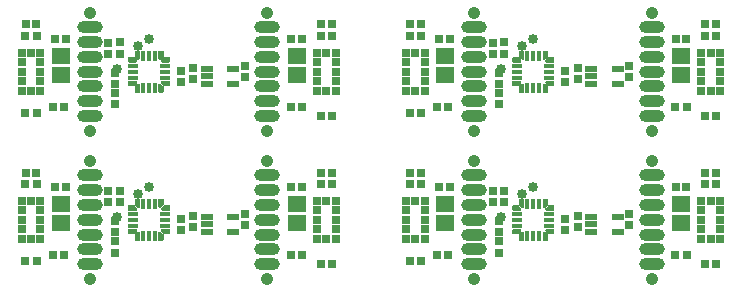
<source format=gts>
G04 Layer_Color=8388736*
%FSAX24Y24*%
%MOIN*%
G70*
G01*
G75*
%ADD37R,0.0414X0.0237*%
%ADD38R,0.0257X0.0257*%
%ADD39R,0.0198X0.0178*%
%ADD40R,0.0336X0.0178*%
%ADD41R,0.0178X0.0198*%
%ADD42R,0.0178X0.0336*%
%ADD43R,0.0296X0.0277*%
%ADD44R,0.0277X0.0296*%
%ADD45R,0.0312X0.0312*%
%ADD46R,0.0631X0.0572*%
%ADD47R,0.0312X0.0312*%
G04:AMPARAMS|DCode=48|XSize=84.7mil|YSize=41.4mil|CornerRadius=20.7mil|HoleSize=0mil|Usage=FLASHONLY|Rotation=0.000|XOffset=0mil|YOffset=0mil|HoleType=Round|Shape=RoundedRectangle|*
%AMROUNDEDRECTD48*
21,1,0.0847,0.0000,0,0,0.0*
21,1,0.0433,0.0414,0,0,0.0*
1,1,0.0414,0.0217,0.0000*
1,1,0.0414,-0.0217,0.0000*
1,1,0.0414,-0.0217,0.0000*
1,1,0.0414,0.0217,0.0000*
%
%ADD48ROUNDEDRECTD48*%
G04:AMPARAMS|DCode=49|XSize=41.4mil|YSize=41.4mil|CornerRadius=20.7mil|HoleSize=0mil|Usage=FLASHONLY|Rotation=0.000|XOffset=0mil|YOffset=0mil|HoleType=Round|Shape=RoundedRectangle|*
%AMROUNDEDRECTD49*
21,1,0.0414,0.0000,0,0,0.0*
21,1,0.0000,0.0414,0,0,0.0*
1,1,0.0414,0.0000,0.0000*
1,1,0.0414,0.0000,0.0000*
1,1,0.0414,0.0000,0.0000*
1,1,0.0414,0.0000,0.0000*
%
%ADD49ROUNDEDRECTD49*%
%ADD50C,0.0336*%
G36*
X030402Y020605D02*
X030407Y020603D01*
X030411Y020602D01*
X030415Y020599D01*
X030419Y020596D01*
X030422Y020593D01*
X030424Y020588D01*
X030426Y020584D01*
X030427Y020580D01*
X030428Y020575D01*
Y020339D01*
X030428Y020336D01*
X030427Y020334D01*
X030427Y020334D01*
Y020334D01*
X030427Y020332D01*
X030426Y020329D01*
X030426Y020329D01*
X030426Y020329D01*
X030426Y020328D01*
X030424Y020325D01*
X030424Y020325D01*
X030424Y020325D01*
X030423Y020323D01*
X030422Y020321D01*
X030422Y020321D01*
X030422Y020321D01*
X030420Y020319D01*
X030419Y020317D01*
X030419Y020317D01*
X030419Y020317D01*
X030417Y020316D01*
X030415Y020314D01*
X030415Y020314D01*
X030415Y020314D01*
X030413Y020313D01*
X030411Y020312D01*
X030411Y020312D01*
X030411Y020312D01*
X030409Y020311D01*
X030407Y020310D01*
X030407Y020310D01*
X030407Y020310D01*
X030404Y020309D01*
X030402Y020309D01*
X030402D01*
X030402Y020309D01*
X030400Y020309D01*
X030398Y020308D01*
X030348Y020308D01*
X030348Y020308D01*
X030348Y020308D01*
X030347Y020309D01*
X030344Y020309D01*
X030344Y020309D01*
X030344D01*
X030342Y020309D01*
X030339Y020310D01*
X030339Y020310D01*
X030339Y020310D01*
X030337Y020311D01*
X030335Y020312D01*
X030335Y020312D01*
X030335Y020312D01*
X030332Y020313D01*
X030331Y020314D01*
X030331Y020314D01*
X030331Y020314D01*
X030329Y020316D01*
X030327Y020317D01*
X030327Y020317D01*
X030327Y020317D01*
X030258Y020386D01*
X030257Y020388D01*
X030255Y020390D01*
X030255Y020390D01*
X030255Y020390D01*
X030255Y020391D01*
X030253Y020394D01*
X030251Y020398D01*
Y020398D01*
X030251Y020398D01*
X030250Y020400D01*
X030250Y020403D01*
X030250Y020403D01*
Y020403D01*
X030250Y020404D01*
X030249Y020407D01*
X030249Y020575D01*
Y020575D01*
D01*
X030250Y020580D01*
X030251Y020584D01*
X030253Y020588D01*
X030255Y020593D01*
X030258Y020596D01*
X030258Y020596D01*
X030258D01*
Y020596D01*
X030259Y020597D01*
X030262Y020599D01*
X030266Y020602D01*
X030270Y020603D01*
X030275Y020605D01*
X030280Y020605D01*
X030280D01*
D01*
X030398D01*
X030402Y020605D01*
D02*
G37*
G36*
X017591D02*
X017596Y020603D01*
X017600Y020602D01*
X017604Y020599D01*
X017608Y020596D01*
X017611Y020593D01*
X017613Y020588D01*
X017615Y020584D01*
X017616Y020580D01*
X017617Y020575D01*
Y020339D01*
X017617Y020336D01*
X017616Y020334D01*
X017616Y020334D01*
Y020334D01*
X017616Y020332D01*
X017615Y020329D01*
X017615Y020329D01*
X017615Y020329D01*
X017615Y020328D01*
X017613Y020325D01*
X017613Y020325D01*
X017613Y020325D01*
X017612Y020323D01*
X017611Y020321D01*
X017611Y020321D01*
X017611Y020321D01*
X017609Y020319D01*
X017608Y020317D01*
X017608Y020317D01*
X017608Y020317D01*
X017606Y020316D01*
X017604Y020314D01*
X017604Y020314D01*
X017604Y020314D01*
X017602Y020313D01*
X017600Y020312D01*
X017600Y020312D01*
X017600Y020312D01*
X017598Y020311D01*
X017596Y020310D01*
X017596Y020310D01*
X017596Y020310D01*
X017593Y020309D01*
X017591Y020309D01*
X017591D01*
X017591Y020309D01*
X017589Y020309D01*
X017587Y020308D01*
X017537Y020308D01*
X017537Y020308D01*
X017537Y020308D01*
X017536Y020309D01*
X017533Y020309D01*
X017533Y020309D01*
X017533D01*
X017531Y020309D01*
X017528Y020310D01*
X017528Y020310D01*
X017528Y020310D01*
X017526Y020311D01*
X017524Y020312D01*
X017524Y020312D01*
X017524Y020312D01*
X017521Y020313D01*
X017520Y020314D01*
X017520Y020314D01*
X017520Y020314D01*
X017517Y020316D01*
X017516Y020317D01*
X017516Y020317D01*
X017516Y020317D01*
X017447Y020386D01*
X017446Y020388D01*
X017444Y020390D01*
X017444Y020390D01*
X017444Y020390D01*
X017443Y020391D01*
X017442Y020394D01*
X017440Y020398D01*
Y020398D01*
X017440Y020398D01*
X017439Y020400D01*
X017439Y020403D01*
X017439Y020403D01*
Y020403D01*
X017439Y020404D01*
X017438Y020407D01*
X017438Y020575D01*
Y020575D01*
D01*
X017439Y020580D01*
X017440Y020584D01*
X017442Y020588D01*
X017444Y020593D01*
X017447Y020596D01*
X017447Y020596D01*
X017447D01*
Y020596D01*
X017448Y020597D01*
X017451Y020599D01*
X017455Y020602D01*
X017459Y020603D01*
X017464Y020605D01*
X017469Y020605D01*
X017469D01*
D01*
X017587D01*
X017591Y020605D01*
D02*
G37*
G36*
X031402Y020388D02*
X031406Y020388D01*
X031410Y020387D01*
X031411Y020387D01*
X031411Y020387D01*
X031411D01*
X031413Y020386D01*
X031415Y020385D01*
X031415Y020385D01*
X031415D01*
X031416Y020385D01*
X031419Y020383D01*
X031423Y020380D01*
X031423Y020380D01*
X031423Y020380D01*
X031426Y020376D01*
X031428Y020373D01*
X031428Y020372D01*
Y020372D01*
X031428Y020372D01*
X031429Y020370D01*
X031430Y020368D01*
Y020368D01*
X031430Y020368D01*
X031430Y020366D01*
X031431Y020363D01*
X031432Y020358D01*
Y020240D01*
X031431Y020235D01*
X031430Y020231D01*
X031428Y020227D01*
X031426Y020222D01*
X031423Y020219D01*
X031419Y020216D01*
X031415Y020213D01*
X031411Y020212D01*
X031406Y020210D01*
X031402Y020210D01*
X031165D01*
X031163Y020210D01*
X031161Y020210D01*
X031161Y020210D01*
X031161D01*
X031159Y020211D01*
X031156Y020212D01*
X031156Y020212D01*
X031156Y020212D01*
X031154Y020212D01*
X031152Y020213D01*
X031152Y020213D01*
X031152Y020213D01*
X031150Y020214D01*
X031148Y020216D01*
X031148Y020216D01*
X031148Y020216D01*
X031146Y020217D01*
X031144Y020219D01*
X031144Y020219D01*
X031144Y020219D01*
X031143Y020221D01*
X031141Y020222D01*
X031141Y020222D01*
X031141Y020222D01*
X031140Y020225D01*
X031139Y020226D01*
X031139Y020227D01*
X031139Y020227D01*
X031137Y020229D01*
X031137Y020231D01*
X031137Y020231D01*
X031137Y020231D01*
X031136Y020233D01*
X031136Y020235D01*
Y020235D01*
X031136Y020235D01*
X031135Y020238D01*
X031135Y020240D01*
X031135Y020289D01*
Y020289D01*
Y020289D01*
X031135Y020292D01*
X031136Y020294D01*
X031136Y020294D01*
Y020294D01*
X031136Y020296D01*
X031137Y020299D01*
X031137Y020299D01*
X031137Y020299D01*
X031137Y020300D01*
X031139Y020303D01*
X031139Y020303D01*
X031139Y020303D01*
X031140Y020305D01*
X031141Y020307D01*
X031141Y020307D01*
X031141Y020307D01*
X031143Y020309D01*
X031144Y020311D01*
X031144Y020311D01*
X031144Y020311D01*
X031213Y020380D01*
X031213Y020380D01*
X031213Y020380D01*
X031214Y020381D01*
X031217Y020383D01*
X031217Y020383D01*
X031217Y020383D01*
X031221Y020385D01*
X031224Y020387D01*
X031225Y020387D01*
X031225D01*
X031225Y020387D01*
X031230Y020388D01*
X031233Y020388D01*
X031234Y020388D01*
X031234D01*
X031234D01*
X031402Y020388D01*
D02*
G37*
G36*
X018591D02*
X018595Y020388D01*
X018599Y020387D01*
X018600Y020387D01*
X018600Y020387D01*
X018600D01*
X018602Y020386D01*
X018604Y020385D01*
X018604Y020385D01*
X018604D01*
X018605Y020385D01*
X018608Y020383D01*
X018612Y020380D01*
X018612Y020380D01*
X018612Y020380D01*
X018615Y020376D01*
X018617Y020373D01*
X018617Y020372D01*
Y020372D01*
X018617Y020372D01*
X018618Y020370D01*
X018619Y020368D01*
Y020368D01*
X018619Y020368D01*
X018619Y020366D01*
X018620Y020363D01*
X018621Y020358D01*
Y020240D01*
X018620Y020235D01*
X018619Y020231D01*
X018617Y020227D01*
X018615Y020222D01*
X018612Y020219D01*
X018608Y020216D01*
X018604Y020213D01*
X018600Y020212D01*
X018595Y020210D01*
X018591Y020210D01*
X018354D01*
X018352Y020210D01*
X018350Y020210D01*
X018350Y020210D01*
X018350D01*
X018348Y020211D01*
X018345Y020212D01*
X018345Y020212D01*
X018345Y020212D01*
X018343Y020212D01*
X018341Y020213D01*
X018341Y020213D01*
X018341Y020213D01*
X018339Y020214D01*
X018337Y020216D01*
X018337Y020216D01*
X018337Y020216D01*
X018335Y020217D01*
X018333Y020219D01*
X018333Y020219D01*
X018333Y020219D01*
X018332Y020221D01*
X018330Y020222D01*
X018330Y020222D01*
X018330Y020222D01*
X018329Y020225D01*
X018328Y020226D01*
X018328Y020227D01*
X018328Y020227D01*
X018326Y020229D01*
X018326Y020231D01*
X018326Y020231D01*
X018326Y020231D01*
X018325Y020233D01*
X018325Y020235D01*
Y020235D01*
X018325Y020235D01*
X018324Y020238D01*
X018324Y020240D01*
X018324Y020289D01*
Y020289D01*
Y020289D01*
X018324Y020292D01*
X018325Y020294D01*
X018325Y020294D01*
Y020294D01*
X018325Y020296D01*
X018326Y020299D01*
X018326Y020299D01*
X018326Y020299D01*
X018326Y020300D01*
X018327Y020303D01*
X018327Y020303D01*
X018327Y020303D01*
X018329Y020305D01*
X018330Y020307D01*
X018330Y020307D01*
X018330Y020307D01*
X018332Y020309D01*
X018333Y020311D01*
X018333Y020311D01*
X018333Y020311D01*
X018402Y020380D01*
X018402Y020380D01*
X018402Y020380D01*
X018403Y020381D01*
X018406Y020383D01*
X018406Y020383D01*
X018406Y020383D01*
X018410Y020385D01*
X018413Y020387D01*
X018414Y020387D01*
X018414D01*
X018414Y020387D01*
X018419Y020388D01*
X018422Y020388D01*
X018423Y020388D01*
X018423D01*
X018423D01*
X018591Y020388D01*
D02*
G37*
G36*
X030232Y020388D02*
X030235Y020388D01*
X030235Y020388D01*
X030235D01*
X030238Y020387D01*
X030240Y020387D01*
X030240Y020387D01*
X030240Y020387D01*
X030242Y020386D01*
X030244Y020385D01*
X030244Y020385D01*
X030244Y020385D01*
X030246Y020384D01*
X030248Y020383D01*
X030248Y020383D01*
X030248Y020383D01*
X030250Y020381D01*
X030252Y020380D01*
X030252Y020380D01*
X030252Y020380D01*
X030320Y020311D01*
X030323Y020308D01*
X030324Y020307D01*
X030324Y020307D01*
X030324Y020307D01*
X030325Y020305D01*
X030326Y020303D01*
X030328Y020299D01*
D01*
X030328Y020299D01*
X030329Y020296D01*
X030329Y020294D01*
Y020294D01*
X030329Y020294D01*
X030329Y020292D01*
X030329Y020289D01*
Y020289D01*
D01*
D01*
X030329Y020240D01*
X030329Y020235D01*
X030328Y020233D01*
X030328Y020231D01*
X030326Y020227D01*
X030326Y020227D01*
Y020227D01*
X030325Y020225D01*
X030324Y020222D01*
X030320Y020219D01*
X030320D01*
Y020219D01*
X030317Y020216D01*
X030314Y020214D01*
X030313Y020213D01*
X030313D01*
X030313Y020213D01*
X030309Y020212D01*
X030306Y020211D01*
X030304Y020210D01*
X030299Y020210D01*
X030063D01*
X030058Y020210D01*
X030054Y020212D01*
X030049Y020213D01*
X030045Y020216D01*
X030042Y020219D01*
X030039Y020222D01*
X030036Y020227D01*
X030034Y020231D01*
X030033Y020235D01*
X030033Y020240D01*
Y020358D01*
X030033Y020363D01*
X030034Y020366D01*
X030034Y020368D01*
X030034Y020368D01*
Y020368D01*
X030035Y020370D01*
X030036Y020372D01*
X030036Y020372D01*
Y020372D01*
X030037Y020373D01*
X030039Y020376D01*
X030042Y020380D01*
X030042Y020380D01*
X030042Y020380D01*
X030045Y020383D01*
X030048Y020385D01*
X030049Y020385D01*
X030049D01*
X030049Y020385D01*
X030051Y020386D01*
X030054Y020387D01*
X030054D01*
X030054Y020387D01*
X030055Y020387D01*
X030058Y020388D01*
X030063Y020388D01*
X030230Y020388D01*
X030230D01*
X030230D01*
X030232Y020388D01*
D02*
G37*
G36*
X017421D02*
X017424Y020388D01*
X017424Y020388D01*
X017424D01*
X017427Y020387D01*
X017429Y020387D01*
X017429Y020387D01*
X017429Y020387D01*
X017431Y020386D01*
X017433Y020385D01*
X017433Y020385D01*
X017433Y020385D01*
X017435Y020384D01*
X017437Y020383D01*
X017437Y020383D01*
X017437Y020383D01*
X017439Y020381D01*
X017441Y020380D01*
X017441Y020380D01*
X017441Y020380D01*
X017509Y020311D01*
X017512Y020308D01*
X017513Y020307D01*
X017513Y020307D01*
X017513Y020307D01*
X017514Y020305D01*
X017515Y020303D01*
X017517Y020299D01*
D01*
X017517Y020299D01*
X017518Y020296D01*
X017518Y020294D01*
Y020294D01*
X017518Y020294D01*
X017518Y020292D01*
X017518Y020289D01*
Y020289D01*
D01*
D01*
X017518Y020240D01*
X017518Y020235D01*
X017517Y020233D01*
X017517Y020231D01*
X017515Y020227D01*
X017515Y020227D01*
Y020227D01*
X017514Y020225D01*
X017513Y020222D01*
X017509Y020219D01*
X017509D01*
Y020219D01*
X017506Y020216D01*
X017503Y020214D01*
X017502Y020213D01*
X017502D01*
X017502Y020213D01*
X017497Y020212D01*
X017495Y020211D01*
X017493Y020210D01*
X017488Y020210D01*
X017252D01*
X017247Y020210D01*
X017243Y020212D01*
X017238Y020213D01*
X017234Y020216D01*
X017231Y020219D01*
X017228Y020222D01*
X017225Y020227D01*
X017223Y020231D01*
X017222Y020235D01*
X017222Y020240D01*
Y020358D01*
X017222Y020363D01*
X017223Y020366D01*
X017223Y020368D01*
X017223Y020368D01*
Y020368D01*
X017224Y020370D01*
X017225Y020372D01*
X017225Y020372D01*
Y020372D01*
X017226Y020373D01*
X017228Y020376D01*
X017231Y020380D01*
X017231Y020380D01*
X017231Y020380D01*
X017234Y020383D01*
X017237Y020385D01*
X017238Y020385D01*
X017238D01*
X017238Y020385D01*
X017240Y020386D01*
X017243Y020387D01*
X017243D01*
X017243Y020387D01*
X017244Y020387D01*
X017247Y020388D01*
X017252Y020388D01*
X017419Y020388D01*
X017419D01*
X017419D01*
X017421Y020388D01*
D02*
G37*
G36*
X031190Y020605D02*
X031193Y020604D01*
X031194Y020603D01*
X031194Y020603D01*
X031194D01*
X031197Y020602D01*
X031199Y020602D01*
X031199Y020602D01*
X031199D01*
X031200Y020601D01*
X031203Y020599D01*
X031206Y020596D01*
X031206Y020596D01*
X031206Y020596D01*
X031209Y020593D01*
X031211Y020589D01*
X031212Y020588D01*
Y020588D01*
X031212Y020588D01*
X031213Y020587D01*
X031214Y020584D01*
Y020584D01*
X031214Y020584D01*
X031214Y020583D01*
X031215Y020580D01*
X031215Y020575D01*
X031215Y020408D01*
Y020408D01*
Y020408D01*
X031215Y020403D01*
X031214Y020399D01*
X031214Y020398D01*
X031214Y020398D01*
Y020398D01*
X031213Y020396D01*
X031212Y020394D01*
X031212Y020394D01*
Y020394D01*
X031209Y020390D01*
X031207Y020387D01*
X031206Y020386D01*
X031206Y020386D01*
X031206Y020386D01*
X031137Y020317D01*
X031137Y020317D01*
X031137Y020317D01*
X031136Y020316D01*
X031134Y020314D01*
X031134Y020314D01*
X031134Y020314D01*
X031132Y020313D01*
X031130Y020312D01*
X031130Y020312D01*
X031130Y020312D01*
X031127Y020311D01*
X031125Y020310D01*
X031125Y020310D01*
X031125Y020310D01*
X031123Y020309D01*
X031121Y020309D01*
X031121D01*
X031121Y020309D01*
X031118Y020309D01*
X031116Y020308D01*
X031116D01*
X031116D01*
X031067Y020308D01*
X031065Y020309D01*
X031062Y020309D01*
X031062Y020309D01*
X031062D01*
X031060Y020309D01*
X031058Y020310D01*
X031058Y020310D01*
X031058Y020310D01*
X031056Y020311D01*
X031053Y020312D01*
X031053Y020312D01*
X031053Y020312D01*
X031051Y020313D01*
X031049Y020314D01*
X031049Y020314D01*
X031049Y020314D01*
X031047Y020316D01*
X031046Y020317D01*
X031046Y020317D01*
X031046Y020317D01*
X031044Y020319D01*
X031043Y020321D01*
X031043Y020321D01*
X031043Y020321D01*
X031041Y020323D01*
X031040Y020325D01*
X031040Y020325D01*
X031040Y020325D01*
X031039Y020328D01*
X031038Y020329D01*
X031038Y020329D01*
X031038Y020329D01*
X031038Y020332D01*
X031037Y020334D01*
Y020334D01*
X031037Y020334D01*
X031037Y020336D01*
X031037Y020339D01*
Y020575D01*
X031037Y020580D01*
X031038Y020584D01*
X031040Y020588D01*
X031043Y020593D01*
X031046Y020596D01*
X031049Y020599D01*
X031053Y020602D01*
X031058Y020603D01*
X031062Y020605D01*
X031067Y020605D01*
X031185D01*
X031190Y020605D01*
D02*
G37*
G36*
X018379D02*
X018382Y020604D01*
X018383Y020603D01*
X018383Y020603D01*
X018383D01*
X018386Y020602D01*
X018388Y020602D01*
X018388Y020602D01*
X018388D01*
X018389Y020601D01*
X018392Y020599D01*
X018395Y020596D01*
X018395Y020596D01*
X018395Y020596D01*
X018398Y020593D01*
X018400Y020589D01*
X018401Y020588D01*
Y020588D01*
X018401Y020588D01*
X018402Y020587D01*
X018403Y020584D01*
Y020584D01*
X018403Y020584D01*
X018403Y020583D01*
X018404Y020580D01*
X018404Y020575D01*
X018404Y020408D01*
Y020408D01*
Y020408D01*
X018404Y020403D01*
X018403Y020399D01*
X018403Y020398D01*
X018403Y020398D01*
Y020398D01*
X018402Y020396D01*
X018401Y020394D01*
X018401Y020394D01*
Y020394D01*
X018398Y020390D01*
X018396Y020387D01*
X018395Y020386D01*
X018395Y020386D01*
X018395Y020386D01*
X018326Y020317D01*
X018326Y020317D01*
X018326Y020317D01*
X018325Y020316D01*
X018323Y020314D01*
X018323Y020314D01*
X018323Y020314D01*
X018321Y020313D01*
X018319Y020312D01*
X018319Y020312D01*
X018319Y020312D01*
X018316Y020311D01*
X018314Y020310D01*
X018314Y020310D01*
X018314Y020310D01*
X018312Y020309D01*
X018310Y020309D01*
X018310D01*
X018310Y020309D01*
X018307Y020309D01*
X018305Y020308D01*
X018305D01*
X018305D01*
X018256Y020308D01*
X018254Y020309D01*
X018251Y020309D01*
X018251Y020309D01*
X018251D01*
X018249Y020309D01*
X018247Y020310D01*
X018247Y020310D01*
X018247Y020310D01*
X018245Y020311D01*
X018242Y020312D01*
X018242Y020312D01*
X018242Y020312D01*
X018240Y020313D01*
X018238Y020314D01*
X018238Y020314D01*
X018238Y020314D01*
X018236Y020316D01*
X018235Y020317D01*
X018235Y020317D01*
X018235Y020317D01*
X018233Y020319D01*
X018232Y020321D01*
X018232Y020321D01*
X018232Y020321D01*
X018230Y020323D01*
X018229Y020325D01*
X018229Y020325D01*
X018229Y020325D01*
X018228Y020328D01*
X018227Y020329D01*
X018227Y020329D01*
X018227Y020329D01*
X018227Y020332D01*
X018226Y020334D01*
Y020334D01*
X018226Y020334D01*
X018226Y020336D01*
X018226Y020339D01*
Y020575D01*
X018226Y020580D01*
X018227Y020584D01*
X018229Y020588D01*
X018232Y020593D01*
X018235Y020596D01*
X018238Y020599D01*
X018242Y020602D01*
X018247Y020603D01*
X018251Y020605D01*
X018256Y020605D01*
X018374D01*
X018379Y020605D01*
D02*
G37*
G36*
X031118Y019502D02*
X031121Y019502D01*
X031121Y019502D01*
X031121D01*
X031122Y019502D01*
X031125Y019501D01*
X031125Y019501D01*
D01*
X031130Y019499D01*
X031132Y019498D01*
X031134Y019497D01*
X031134Y019497D01*
X031134Y019497D01*
X031135Y019496D01*
X031137Y019494D01*
X031206Y019425D01*
X031206Y019425D01*
X031206Y019425D01*
X031208Y019423D01*
X031209Y019421D01*
X031209Y019421D01*
X031209Y019421D01*
X031211Y019419D01*
X031212Y019417D01*
X031212Y019417D01*
X031212Y019417D01*
X031213Y019415D01*
X031214Y019413D01*
X031214Y019413D01*
X031214Y019413D01*
X031214Y019411D01*
X031215Y019408D01*
Y019408D01*
X031215Y019408D01*
X031215Y019406D01*
X031215Y019404D01*
Y019404D01*
Y019404D01*
X031215Y019236D01*
X031215Y019232D01*
X031214Y019228D01*
X031214Y019227D01*
X031214Y019227D01*
Y019227D01*
X031213Y019224D01*
X031212Y019223D01*
X031212Y019223D01*
Y019223D01*
X031211Y019222D01*
X031209Y019219D01*
X031206Y019215D01*
X031206Y019215D01*
X031206Y019215D01*
X031203Y019212D01*
X031200Y019210D01*
X031199Y019209D01*
X031199D01*
X031199Y019209D01*
X031197Y019209D01*
X031194Y019208D01*
X031194D01*
X031194Y019208D01*
X031193Y019207D01*
X031190Y019207D01*
X031185Y019206D01*
X031067D01*
X031062Y019207D01*
X031058Y019208D01*
X031053Y019209D01*
X031049Y019212D01*
X031046Y019215D01*
X031043Y019219D01*
X031040Y019223D01*
X031038Y019227D01*
X031037Y019232D01*
X031037Y019236D01*
Y019472D01*
X031037Y019477D01*
X031038Y019479D01*
X031038Y019482D01*
X031040Y019486D01*
X031040Y019486D01*
Y019486D01*
X031041Y019488D01*
X031043Y019490D01*
X031046Y019494D01*
X031046D01*
Y019494D01*
X031049Y019497D01*
X031052Y019498D01*
X031053Y019499D01*
X031053D01*
X031053Y019499D01*
X031058Y019501D01*
X031060Y019502D01*
X031062Y019502D01*
X031067Y019503D01*
X031116Y019503D01*
D01*
D01*
X031116D01*
X031118Y019502D01*
D02*
G37*
G36*
X018307D02*
X018310Y019502D01*
X018310Y019502D01*
X018310D01*
X018311Y019502D01*
X018314Y019501D01*
X018314Y019501D01*
D01*
X018319Y019499D01*
X018321Y019498D01*
X018323Y019497D01*
X018323Y019497D01*
X018323Y019497D01*
X018324Y019496D01*
X018326Y019494D01*
X018395Y019425D01*
X018395Y019425D01*
X018395Y019425D01*
X018397Y019423D01*
X018398Y019421D01*
X018398Y019421D01*
X018398Y019421D01*
X018400Y019419D01*
X018401Y019417D01*
X018401Y019417D01*
X018401Y019417D01*
X018402Y019415D01*
X018403Y019413D01*
X018403Y019413D01*
X018403Y019413D01*
X018403Y019411D01*
X018404Y019408D01*
Y019408D01*
X018404Y019408D01*
X018404Y019406D01*
X018404Y019404D01*
Y019404D01*
Y019404D01*
X018404Y019236D01*
X018404Y019232D01*
X018403Y019228D01*
X018403Y019227D01*
X018403Y019227D01*
Y019227D01*
X018402Y019224D01*
X018401Y019223D01*
X018401Y019223D01*
Y019223D01*
X018400Y019222D01*
X018398Y019219D01*
X018395Y019215D01*
X018395Y019215D01*
X018395Y019215D01*
X018392Y019212D01*
X018389Y019210D01*
X018388Y019209D01*
X018388D01*
X018388Y019209D01*
X018386Y019209D01*
X018383Y019208D01*
X018383D01*
X018383Y019208D01*
X018382Y019207D01*
X018379Y019207D01*
X018374Y019206D01*
X018256D01*
X018251Y019207D01*
X018247Y019208D01*
X018242Y019209D01*
X018238Y019212D01*
X018235Y019215D01*
X018232Y019219D01*
X018229Y019223D01*
X018227Y019227D01*
X018226Y019232D01*
X018226Y019236D01*
Y019472D01*
X018226Y019477D01*
X018227Y019479D01*
X018227Y019482D01*
X018229Y019486D01*
X018229Y019486D01*
Y019486D01*
X018230Y019488D01*
X018232Y019490D01*
X018235Y019494D01*
X018235D01*
Y019494D01*
X018238Y019497D01*
X018241Y019498D01*
X018242Y019499D01*
X018242D01*
X018242Y019499D01*
X018247Y019501D01*
X018249Y019502D01*
X018251Y019502D01*
X018256Y019503D01*
X018305Y019503D01*
D01*
D01*
X018305D01*
X018307Y019502D01*
D02*
G37*
G36*
X030398Y019503D02*
X030402Y019502D01*
X030405Y019502D01*
X030407Y019501D01*
X030411Y019499D01*
X030411Y019499D01*
X030411D01*
X030413Y019498D01*
X030415Y019497D01*
X030419Y019494D01*
Y019494D01*
X030419D01*
X030422Y019490D01*
X030424Y019488D01*
X030424Y019486D01*
Y019486D01*
X030424Y019486D01*
X030426Y019482D01*
X030427Y019479D01*
X030427Y019477D01*
X030428Y019472D01*
Y019236D01*
X030427Y019232D01*
X030426Y019227D01*
X030424Y019223D01*
X030422Y019219D01*
X030419Y019215D01*
X030415Y019212D01*
X030411Y019209D01*
X030407Y019208D01*
X030402Y019207D01*
X030398Y019206D01*
X030280D01*
D01*
X030280D01*
X030275Y019207D01*
X030270Y019208D01*
X030266Y019209D01*
X030262Y019212D01*
X030259Y019215D01*
X030258Y019215D01*
Y019215D01*
X030258D01*
X030258Y019215D01*
X030255Y019219D01*
X030253Y019223D01*
X030251Y019227D01*
X030250Y019232D01*
X030249Y019236D01*
D01*
Y019236D01*
X030249Y019404D01*
X030250Y019408D01*
X030251Y019413D01*
X030253Y019417D01*
X030254Y019420D01*
X030255Y019421D01*
X030258Y019425D01*
X030327Y019494D01*
X030327D01*
Y019494D01*
X030331Y019497D01*
X030333Y019498D01*
X030335Y019499D01*
X030335D01*
X030335Y019499D01*
X030339Y019501D01*
X030342Y019502D01*
X030344Y019502D01*
X030348Y019503D01*
X030348D01*
X030348D01*
X030398Y019503D01*
D02*
G37*
G36*
X017587D02*
X017591Y019502D01*
X017594Y019502D01*
X017596Y019501D01*
X017600Y019499D01*
X017600Y019499D01*
X017600D01*
X017602Y019498D01*
X017604Y019497D01*
X017608Y019494D01*
Y019494D01*
X017608D01*
X017611Y019490D01*
X017613Y019488D01*
X017613Y019486D01*
Y019486D01*
X017613Y019486D01*
X017615Y019482D01*
X017616Y019479D01*
X017616Y019477D01*
X017617Y019472D01*
Y019236D01*
X017616Y019232D01*
X017615Y019227D01*
X017613Y019223D01*
X017611Y019219D01*
X017608Y019215D01*
X017604Y019212D01*
X017600Y019209D01*
X017596Y019208D01*
X017591Y019207D01*
X017587Y019206D01*
X017469D01*
D01*
X017469D01*
X017464Y019207D01*
X017459Y019208D01*
X017455Y019209D01*
X017451Y019212D01*
X017448Y019215D01*
X017447Y019215D01*
Y019215D01*
X017447D01*
X017447Y019215D01*
X017444Y019219D01*
X017442Y019223D01*
X017440Y019227D01*
X017439Y019232D01*
X017438Y019236D01*
D01*
Y019236D01*
X017438Y019404D01*
X017439Y019408D01*
X017440Y019413D01*
X017442Y019417D01*
X017443Y019420D01*
X017444Y019421D01*
X017447Y019425D01*
X017516Y019494D01*
X017516D01*
Y019494D01*
X017520Y019497D01*
X017522Y019498D01*
X017524Y019499D01*
X017524D01*
X017524Y019499D01*
X017528Y019501D01*
X017530Y019502D01*
X017533Y019502D01*
X017537Y019503D01*
X017537D01*
X017537D01*
X017587Y019503D01*
D02*
G37*
G36*
X031406Y019601D02*
X031411Y019599D01*
X031415Y019598D01*
X031419Y019595D01*
X031423Y019592D01*
X031426Y019589D01*
X031428Y019585D01*
X031430Y019580D01*
X031431Y019576D01*
X031432Y019571D01*
Y019453D01*
D01*
Y019453D01*
X031431Y019448D01*
X031430Y019443D01*
X031428Y019439D01*
X031426Y019435D01*
X031423Y019432D01*
X031423Y019431D01*
X031423D01*
Y019431D01*
X031422Y019431D01*
X031419Y019428D01*
X031415Y019426D01*
X031411Y019424D01*
X031406Y019423D01*
X031402Y019423D01*
D01*
X031402D01*
X031234Y019423D01*
X031230Y019423D01*
X031225Y019424D01*
X031225Y019424D01*
D01*
X031225Y019424D01*
X031221Y019426D01*
X031218Y019428D01*
X031217Y019428D01*
X031217Y019428D01*
X031217Y019428D01*
X031215Y019430D01*
X031213Y019431D01*
X031144Y019500D01*
X031144Y019500D01*
X031144Y019500D01*
X031143Y019502D01*
X031141Y019504D01*
X031141Y019504D01*
X031141Y019504D01*
X031140Y019505D01*
X031139Y019508D01*
X031139Y019508D01*
X031139Y019508D01*
X031138Y019510D01*
X031137Y019512D01*
X031137Y019512D01*
X031137Y019512D01*
X031136Y019515D01*
X031136Y019517D01*
Y019517D01*
X031136Y019517D01*
X031135Y019520D01*
X031135Y019522D01*
X031135Y019522D01*
X031135Y019522D01*
X031135Y019571D01*
X031135Y019573D01*
X031136Y019576D01*
X031136Y019576D01*
Y019576D01*
X031136Y019578D01*
X031137Y019580D01*
X031137Y019580D01*
X031137Y019580D01*
X031137Y019582D01*
X031139Y019585D01*
X031139Y019585D01*
X031139Y019585D01*
X031140Y019586D01*
X031141Y019589D01*
X031141Y019589D01*
X031141Y019589D01*
X031143Y019591D01*
X031144Y019592D01*
X031144Y019592D01*
X031144Y019592D01*
X031146Y019594D01*
X031148Y019595D01*
X031148Y019595D01*
X031148Y019595D01*
X031150Y019597D01*
X031152Y019598D01*
X031152Y019598D01*
X031152Y019598D01*
X031154Y019599D01*
X031156Y019599D01*
X031156Y019599D01*
X031156Y019599D01*
X031159Y019600D01*
X031161Y019601D01*
X031161D01*
X031161Y019601D01*
X031163Y019601D01*
X031165Y019601D01*
X031402D01*
X031406Y019601D01*
D02*
G37*
G36*
X030304D02*
X030306Y019600D01*
X030309Y019599D01*
X030313Y019598D01*
X030313Y019598D01*
X030313D01*
X030314Y019597D01*
X030317Y019595D01*
X030320Y019592D01*
Y019592D01*
X030320D01*
X030324Y019589D01*
X030325Y019586D01*
X030326Y019585D01*
Y019585D01*
X030326Y019585D01*
X030328Y019580D01*
X030328Y019578D01*
X030329Y019576D01*
X030329Y019571D01*
X030329Y019522D01*
Y019522D01*
Y019522D01*
X030329Y019517D01*
X030328Y019515D01*
X030328Y019512D01*
X030326Y019508D01*
X030326Y019508D01*
Y019508D01*
X030325Y019507D01*
X030324Y019504D01*
X030320Y019500D01*
X030320D01*
Y019500D01*
X030252Y019432D01*
X030248Y019428D01*
X030246Y019427D01*
X030244Y019426D01*
X030240Y019424D01*
X030235Y019423D01*
X030230Y019423D01*
X030063Y019423D01*
X030063D01*
D01*
X030058Y019423D01*
X030054Y019424D01*
X030049Y019426D01*
X030045Y019428D01*
X030042Y019431D01*
X030042Y019431D01*
Y019431D01*
X030042D01*
X030041Y019432D01*
X030039Y019435D01*
X030036Y019439D01*
X030034Y019443D01*
X030033Y019448D01*
X030033Y019453D01*
Y019453D01*
D01*
Y019571D01*
X030033Y019576D01*
X030034Y019580D01*
X030036Y019585D01*
X030039Y019589D01*
X030042Y019592D01*
X030045Y019595D01*
X030049Y019598D01*
X030054Y019599D01*
X030058Y019601D01*
X030063Y019601D01*
X030299D01*
X030304Y019601D01*
D02*
G37*
G36*
X018595D02*
X018600Y019599D01*
X018604Y019598D01*
X018608Y019595D01*
X018612Y019592D01*
X018615Y019589D01*
X018617Y019585D01*
X018619Y019580D01*
X018620Y019576D01*
X018621Y019571D01*
Y019453D01*
D01*
Y019453D01*
X018620Y019448D01*
X018619Y019443D01*
X018617Y019439D01*
X018615Y019435D01*
X018612Y019432D01*
X018612Y019431D01*
X018612D01*
Y019431D01*
X018611Y019431D01*
X018608Y019428D01*
X018604Y019426D01*
X018600Y019424D01*
X018595Y019423D01*
X018591Y019423D01*
D01*
X018591D01*
X018423Y019423D01*
X018419Y019423D01*
X018414Y019424D01*
X018414Y019424D01*
D01*
X018414Y019424D01*
X018410Y019426D01*
X018407Y019428D01*
X018406Y019428D01*
X018406Y019428D01*
X018406Y019428D01*
X018404Y019430D01*
X018402Y019431D01*
X018333Y019500D01*
X018333Y019500D01*
X018333Y019500D01*
X018332Y019502D01*
X018330Y019504D01*
X018330Y019504D01*
X018330Y019504D01*
X018329Y019505D01*
X018328Y019508D01*
X018327Y019508D01*
X018327Y019508D01*
X018327Y019510D01*
X018326Y019512D01*
X018326Y019512D01*
X018326Y019512D01*
X018325Y019515D01*
X018325Y019517D01*
Y019517D01*
X018325Y019517D01*
X018324Y019520D01*
X018324Y019522D01*
X018324Y019522D01*
X018324Y019522D01*
X018324Y019571D01*
X018324Y019573D01*
X018325Y019576D01*
X018325Y019576D01*
Y019576D01*
X018325Y019578D01*
X018326Y019580D01*
X018326Y019580D01*
X018326Y019580D01*
X018326Y019582D01*
X018328Y019585D01*
X018328Y019585D01*
X018328Y019585D01*
X018329Y019586D01*
X018330Y019589D01*
X018330Y019589D01*
X018330Y019589D01*
X018332Y019591D01*
X018333Y019592D01*
X018333Y019592D01*
X018333Y019592D01*
X018335Y019594D01*
X018337Y019595D01*
X018337Y019595D01*
X018337Y019595D01*
X018339Y019597D01*
X018341Y019598D01*
X018341Y019598D01*
X018341Y019598D01*
X018343Y019599D01*
X018345Y019599D01*
X018345Y019599D01*
X018345Y019599D01*
X018348Y019600D01*
X018350Y019601D01*
X018350D01*
X018350Y019601D01*
X018352Y019601D01*
X018354Y019601D01*
X018591D01*
X018595Y019601D01*
D02*
G37*
G36*
X017493D02*
X017495Y019600D01*
X017497Y019599D01*
X017502Y019598D01*
X017502Y019598D01*
X017502D01*
X017503Y019597D01*
X017506Y019595D01*
X017509Y019592D01*
Y019592D01*
X017509D01*
X017513Y019589D01*
X017514Y019586D01*
X017515Y019585D01*
Y019585D01*
X017515Y019585D01*
X017517Y019580D01*
X017517Y019578D01*
X017518Y019576D01*
X017518Y019571D01*
X017518Y019522D01*
Y019522D01*
Y019522D01*
X017518Y019517D01*
X017517Y019515D01*
X017517Y019512D01*
X017515Y019508D01*
X017515Y019508D01*
Y019508D01*
X017514Y019507D01*
X017513Y019504D01*
X017509Y019500D01*
X017509D01*
Y019500D01*
X017441Y019432D01*
X017437Y019428D01*
X017435Y019427D01*
X017433Y019426D01*
X017429Y019424D01*
X017424Y019423D01*
X017419Y019423D01*
X017252Y019423D01*
X017252D01*
D01*
X017247Y019423D01*
X017243Y019424D01*
X017238Y019426D01*
X017234Y019428D01*
X017231Y019431D01*
X017231Y019431D01*
Y019431D01*
X017231D01*
X017230Y019432D01*
X017228Y019435D01*
X017225Y019439D01*
X017223Y019443D01*
X017222Y019448D01*
X017222Y019453D01*
Y019453D01*
D01*
Y019571D01*
X017222Y019576D01*
X017223Y019580D01*
X017225Y019585D01*
X017228Y019589D01*
X017231Y019592D01*
X017234Y019595D01*
X017238Y019598D01*
X017243Y019599D01*
X017247Y019601D01*
X017252Y019601D01*
X017488D01*
X017493Y019601D01*
D02*
G37*
G36*
X030402Y015668D02*
X030407Y015666D01*
X030411Y015665D01*
X030415Y015662D01*
X030419Y015659D01*
X030422Y015655D01*
X030424Y015651D01*
X030426Y015647D01*
X030427Y015642D01*
X030428Y015638D01*
Y015402D01*
X030428Y015399D01*
X030427Y015397D01*
X030427Y015397D01*
Y015397D01*
X030427Y015395D01*
X030426Y015392D01*
X030426Y015392D01*
X030426Y015392D01*
X030426Y015391D01*
X030424Y015388D01*
X030424Y015388D01*
X030424Y015388D01*
X030423Y015386D01*
X030422Y015384D01*
X030422Y015384D01*
X030422Y015384D01*
X030420Y015382D01*
X030419Y015380D01*
X030419Y015380D01*
X030419Y015380D01*
X030417Y015379D01*
X030415Y015377D01*
X030415Y015377D01*
X030415Y015377D01*
X030413Y015376D01*
X030411Y015375D01*
X030411Y015375D01*
X030411Y015375D01*
X030409Y015374D01*
X030407Y015373D01*
X030407Y015373D01*
X030407Y015373D01*
X030404Y015372D01*
X030402Y015372D01*
X030402D01*
X030402Y015372D01*
X030400Y015372D01*
X030398Y015371D01*
X030348Y015371D01*
X030348Y015371D01*
X030348Y015371D01*
X030347Y015372D01*
X030344Y015372D01*
X030344Y015372D01*
X030344D01*
X030342Y015372D01*
X030339Y015373D01*
X030339Y015373D01*
X030339Y015373D01*
X030337Y015374D01*
X030335Y015375D01*
X030335Y015375D01*
X030335Y015375D01*
X030332Y015376D01*
X030331Y015377D01*
X030331Y015377D01*
X030331Y015377D01*
X030329Y015379D01*
X030327Y015380D01*
X030327Y015380D01*
X030327Y015380D01*
X030258Y015449D01*
X030257Y015451D01*
X030255Y015453D01*
X030255Y015453D01*
X030255Y015453D01*
X030255Y015454D01*
X030253Y015457D01*
X030251Y015461D01*
Y015461D01*
X030251Y015461D01*
X030250Y015463D01*
X030250Y015466D01*
X030250Y015466D01*
Y015466D01*
X030250Y015467D01*
X030249Y015470D01*
X030249Y015638D01*
Y015638D01*
D01*
X030250Y015642D01*
X030251Y015647D01*
X030253Y015651D01*
X030255Y015655D01*
X030258Y015659D01*
X030258Y015659D01*
X030258D01*
Y015659D01*
X030259Y015660D01*
X030262Y015662D01*
X030266Y015665D01*
X030270Y015666D01*
X030275Y015668D01*
X030280Y015668D01*
X030280D01*
D01*
X030398D01*
X030402Y015668D01*
D02*
G37*
G36*
X017591D02*
X017596Y015666D01*
X017600Y015665D01*
X017604Y015662D01*
X017608Y015659D01*
X017611Y015655D01*
X017613Y015651D01*
X017615Y015647D01*
X017616Y015642D01*
X017617Y015638D01*
Y015402D01*
X017617Y015399D01*
X017616Y015397D01*
X017616Y015397D01*
Y015397D01*
X017616Y015395D01*
X017615Y015392D01*
X017615Y015392D01*
X017615Y015392D01*
X017615Y015391D01*
X017613Y015388D01*
X017613Y015388D01*
X017613Y015388D01*
X017612Y015386D01*
X017611Y015384D01*
X017611Y015384D01*
X017611Y015384D01*
X017609Y015382D01*
X017608Y015380D01*
X017608Y015380D01*
X017608Y015380D01*
X017606Y015379D01*
X017604Y015377D01*
X017604Y015377D01*
X017604Y015377D01*
X017602Y015376D01*
X017600Y015375D01*
X017600Y015375D01*
X017600Y015375D01*
X017598Y015374D01*
X017596Y015373D01*
X017596Y015373D01*
X017596Y015373D01*
X017593Y015372D01*
X017591Y015372D01*
X017591D01*
X017591Y015372D01*
X017589Y015372D01*
X017587Y015371D01*
X017537Y015371D01*
X017537Y015371D01*
X017537Y015371D01*
X017536Y015372D01*
X017533Y015372D01*
X017533Y015372D01*
X017533D01*
X017531Y015372D01*
X017528Y015373D01*
X017528Y015373D01*
X017528Y015373D01*
X017526Y015374D01*
X017524Y015375D01*
X017524Y015375D01*
X017524Y015375D01*
X017521Y015376D01*
X017520Y015377D01*
X017520Y015377D01*
X017520Y015377D01*
X017517Y015379D01*
X017516Y015380D01*
X017516Y015380D01*
X017516Y015380D01*
X017447Y015449D01*
X017446Y015451D01*
X017444Y015453D01*
X017444Y015453D01*
X017444Y015453D01*
X017443Y015454D01*
X017442Y015457D01*
X017440Y015461D01*
Y015461D01*
X017440Y015461D01*
X017439Y015463D01*
X017439Y015466D01*
X017439Y015466D01*
Y015466D01*
X017439Y015467D01*
X017438Y015470D01*
X017438Y015638D01*
Y015638D01*
D01*
X017439Y015642D01*
X017440Y015647D01*
X017442Y015651D01*
X017444Y015655D01*
X017447Y015659D01*
X017447Y015659D01*
X017447D01*
Y015659D01*
X017448Y015660D01*
X017451Y015662D01*
X017455Y015665D01*
X017459Y015666D01*
X017464Y015668D01*
X017469Y015668D01*
X017469D01*
D01*
X017587D01*
X017591Y015668D01*
D02*
G37*
G36*
X031402Y015451D02*
X031406Y015451D01*
X031410Y015450D01*
X031411Y015450D01*
X031411Y015450D01*
X031411D01*
X031413Y015449D01*
X031415Y015448D01*
X031415Y015448D01*
X031415D01*
X031416Y015448D01*
X031419Y015446D01*
X031423Y015443D01*
X031423Y015443D01*
X031423Y015443D01*
X031426Y015439D01*
X031428Y015436D01*
X031428Y015435D01*
Y015435D01*
X031428Y015435D01*
X031429Y015433D01*
X031430Y015431D01*
Y015431D01*
X031430Y015431D01*
X031430Y015429D01*
X031431Y015426D01*
X031432Y015421D01*
Y015303D01*
X031431Y015298D01*
X031430Y015294D01*
X031428Y015289D01*
X031426Y015285D01*
X031423Y015282D01*
X031419Y015279D01*
X031415Y015276D01*
X031411Y015275D01*
X031406Y015273D01*
X031402Y015273D01*
X031165D01*
X031163Y015273D01*
X031161Y015273D01*
X031161Y015273D01*
X031161D01*
X031159Y015274D01*
X031156Y015275D01*
X031156Y015275D01*
X031156Y015275D01*
X031154Y015275D01*
X031152Y015276D01*
X031152Y015276D01*
X031152Y015276D01*
X031150Y015277D01*
X031148Y015279D01*
X031148Y015279D01*
X031148Y015279D01*
X031146Y015280D01*
X031144Y015282D01*
X031144Y015282D01*
X031144Y015282D01*
X031143Y015284D01*
X031141Y015285D01*
X031141Y015285D01*
X031141Y015285D01*
X031140Y015288D01*
X031139Y015289D01*
X031139Y015289D01*
X031139Y015289D01*
X031137Y015292D01*
X031137Y015294D01*
X031137Y015294D01*
X031137Y015294D01*
X031136Y015296D01*
X031136Y015298D01*
Y015298D01*
X031136Y015298D01*
X031135Y015301D01*
X031135Y015303D01*
X031135Y015352D01*
Y015352D01*
Y015352D01*
X031135Y015355D01*
X031136Y015357D01*
X031136Y015357D01*
Y015357D01*
X031136Y015359D01*
X031137Y015362D01*
X031137Y015362D01*
X031137Y015362D01*
X031137Y015363D01*
X031139Y015366D01*
X031139Y015366D01*
X031139Y015366D01*
X031140Y015368D01*
X031141Y015370D01*
X031141Y015370D01*
X031141Y015370D01*
X031143Y015372D01*
X031144Y015374D01*
X031144Y015374D01*
X031144Y015374D01*
X031213Y015443D01*
X031213Y015443D01*
X031213Y015443D01*
X031214Y015444D01*
X031217Y015446D01*
X031217Y015446D01*
X031217Y015446D01*
X031221Y015448D01*
X031224Y015450D01*
X031225Y015450D01*
X031225D01*
X031225Y015450D01*
X031230Y015451D01*
X031233Y015451D01*
X031234Y015451D01*
X031234D01*
X031234D01*
X031402Y015451D01*
D02*
G37*
G36*
X018591D02*
X018595Y015451D01*
X018599Y015450D01*
X018600Y015450D01*
X018600Y015450D01*
X018600D01*
X018602Y015449D01*
X018604Y015448D01*
X018604Y015448D01*
X018604D01*
X018605Y015448D01*
X018608Y015446D01*
X018612Y015443D01*
X018612Y015443D01*
X018612Y015443D01*
X018615Y015439D01*
X018617Y015436D01*
X018617Y015435D01*
Y015435D01*
X018617Y015435D01*
X018618Y015433D01*
X018619Y015431D01*
Y015431D01*
X018619Y015431D01*
X018619Y015429D01*
X018620Y015426D01*
X018621Y015421D01*
Y015303D01*
X018620Y015298D01*
X018619Y015294D01*
X018617Y015289D01*
X018615Y015285D01*
X018612Y015282D01*
X018608Y015279D01*
X018604Y015276D01*
X018600Y015275D01*
X018595Y015273D01*
X018591Y015273D01*
X018354D01*
X018352Y015273D01*
X018350Y015273D01*
X018350Y015273D01*
X018350D01*
X018348Y015274D01*
X018345Y015275D01*
X018345Y015275D01*
X018345Y015275D01*
X018343Y015275D01*
X018341Y015276D01*
X018341Y015276D01*
X018341Y015276D01*
X018339Y015277D01*
X018337Y015279D01*
X018337Y015279D01*
X018337Y015279D01*
X018335Y015280D01*
X018333Y015282D01*
X018333Y015282D01*
X018333Y015282D01*
X018332Y015284D01*
X018330Y015285D01*
X018330Y015285D01*
X018330Y015285D01*
X018329Y015288D01*
X018328Y015289D01*
X018328Y015289D01*
X018328Y015289D01*
X018326Y015292D01*
X018326Y015294D01*
X018326Y015294D01*
X018326Y015294D01*
X018325Y015296D01*
X018325Y015298D01*
Y015298D01*
X018325Y015298D01*
X018324Y015301D01*
X018324Y015303D01*
X018324Y015352D01*
Y015352D01*
Y015352D01*
X018324Y015355D01*
X018325Y015357D01*
X018325Y015357D01*
Y015357D01*
X018325Y015359D01*
X018326Y015362D01*
X018326Y015362D01*
X018326Y015362D01*
X018326Y015363D01*
X018327Y015366D01*
X018327Y015366D01*
X018327Y015366D01*
X018329Y015368D01*
X018330Y015370D01*
X018330Y015370D01*
X018330Y015370D01*
X018332Y015372D01*
X018333Y015374D01*
X018333Y015374D01*
X018333Y015374D01*
X018402Y015443D01*
X018402Y015443D01*
X018402Y015443D01*
X018403Y015444D01*
X018406Y015446D01*
X018406Y015446D01*
X018406Y015446D01*
X018410Y015448D01*
X018413Y015450D01*
X018414Y015450D01*
X018414D01*
X018414Y015450D01*
X018419Y015451D01*
X018422Y015451D01*
X018423Y015451D01*
X018423D01*
X018423D01*
X018591Y015451D01*
D02*
G37*
G36*
X030232Y015451D02*
X030235Y015451D01*
X030235Y015451D01*
X030235D01*
X030238Y015450D01*
X030240Y015450D01*
X030240Y015450D01*
X030240Y015450D01*
X030242Y015449D01*
X030244Y015448D01*
X030244Y015448D01*
X030244Y015448D01*
X030246Y015447D01*
X030248Y015446D01*
X030248Y015446D01*
X030248Y015446D01*
X030250Y015444D01*
X030252Y015443D01*
X030252Y015443D01*
X030252Y015443D01*
X030320Y015374D01*
X030323Y015371D01*
X030324Y015370D01*
X030324Y015370D01*
X030324Y015370D01*
X030325Y015368D01*
X030326Y015366D01*
X030328Y015362D01*
D01*
X030328Y015362D01*
X030329Y015359D01*
X030329Y015357D01*
Y015357D01*
X030329Y015357D01*
X030329Y015355D01*
X030329Y015352D01*
Y015352D01*
D01*
D01*
X030329Y015303D01*
X030329Y015298D01*
X030328Y015296D01*
X030328Y015294D01*
X030326Y015289D01*
X030326Y015289D01*
Y015289D01*
X030325Y015288D01*
X030324Y015285D01*
X030320Y015282D01*
X030320D01*
Y015282D01*
X030317Y015279D01*
X030314Y015277D01*
X030313Y015276D01*
X030313D01*
X030313Y015276D01*
X030309Y015275D01*
X030306Y015274D01*
X030304Y015273D01*
X030299Y015273D01*
X030063D01*
X030058Y015273D01*
X030054Y015275D01*
X030049Y015276D01*
X030045Y015279D01*
X030042Y015282D01*
X030039Y015285D01*
X030036Y015289D01*
X030034Y015294D01*
X030033Y015298D01*
X030033Y015303D01*
Y015421D01*
X030033Y015426D01*
X030034Y015429D01*
X030034Y015431D01*
X030034Y015431D01*
Y015431D01*
X030035Y015433D01*
X030036Y015435D01*
X030036Y015435D01*
Y015435D01*
X030037Y015436D01*
X030039Y015439D01*
X030042Y015443D01*
X030042Y015443D01*
X030042Y015443D01*
X030045Y015446D01*
X030048Y015448D01*
X030049Y015448D01*
X030049D01*
X030049Y015448D01*
X030051Y015449D01*
X030054Y015450D01*
X030054D01*
X030054Y015450D01*
X030055Y015450D01*
X030058Y015451D01*
X030063Y015451D01*
X030230Y015451D01*
X030230D01*
X030230D01*
X030232Y015451D01*
D02*
G37*
G36*
X017421D02*
X017424Y015451D01*
X017424Y015451D01*
X017424D01*
X017427Y015450D01*
X017429Y015450D01*
X017429Y015450D01*
X017429Y015450D01*
X017431Y015449D01*
X017433Y015448D01*
X017433Y015448D01*
X017433Y015448D01*
X017435Y015447D01*
X017437Y015446D01*
X017437Y015446D01*
X017437Y015446D01*
X017439Y015444D01*
X017441Y015443D01*
X017441Y015443D01*
X017441Y015443D01*
X017509Y015374D01*
X017512Y015371D01*
X017513Y015370D01*
X017513Y015370D01*
X017513Y015370D01*
X017514Y015368D01*
X017515Y015366D01*
X017517Y015362D01*
D01*
X017517Y015362D01*
X017518Y015359D01*
X017518Y015357D01*
Y015357D01*
X017518Y015357D01*
X017518Y015355D01*
X017518Y015352D01*
Y015352D01*
D01*
D01*
X017518Y015303D01*
X017518Y015298D01*
X017517Y015296D01*
X017517Y015294D01*
X017515Y015289D01*
X017515Y015289D01*
Y015289D01*
X017514Y015288D01*
X017513Y015285D01*
X017509Y015282D01*
X017509D01*
Y015282D01*
X017506Y015279D01*
X017503Y015277D01*
X017502Y015276D01*
X017502D01*
X017502Y015276D01*
X017497Y015275D01*
X017495Y015274D01*
X017493Y015273D01*
X017488Y015273D01*
X017252D01*
X017247Y015273D01*
X017243Y015275D01*
X017238Y015276D01*
X017234Y015279D01*
X017231Y015282D01*
X017228Y015285D01*
X017225Y015289D01*
X017223Y015294D01*
X017222Y015298D01*
X017222Y015303D01*
Y015421D01*
X017222Y015426D01*
X017223Y015429D01*
X017223Y015431D01*
X017223Y015431D01*
Y015431D01*
X017224Y015433D01*
X017225Y015435D01*
X017225Y015435D01*
Y015435D01*
X017226Y015436D01*
X017228Y015439D01*
X017231Y015443D01*
X017231Y015443D01*
X017231Y015443D01*
X017234Y015446D01*
X017237Y015448D01*
X017238Y015448D01*
X017238D01*
X017238Y015448D01*
X017240Y015449D01*
X017243Y015450D01*
X017243D01*
X017243Y015450D01*
X017244Y015450D01*
X017247Y015451D01*
X017252Y015451D01*
X017419Y015451D01*
X017419D01*
X017419D01*
X017421Y015451D01*
D02*
G37*
G36*
X031190Y015668D02*
X031193Y015667D01*
X031194Y015666D01*
X031194Y015666D01*
X031194D01*
X031197Y015665D01*
X031199Y015665D01*
X031199Y015665D01*
X031199D01*
X031200Y015664D01*
X031203Y015662D01*
X031206Y015659D01*
X031206Y015659D01*
X031206Y015659D01*
X031209Y015655D01*
X031211Y015652D01*
X031212Y015651D01*
Y015651D01*
X031212Y015651D01*
X031213Y015650D01*
X031214Y015647D01*
Y015647D01*
X031214Y015647D01*
X031214Y015646D01*
X031215Y015643D01*
X031215Y015638D01*
X031215Y015470D01*
Y015470D01*
Y015470D01*
X031215Y015466D01*
X031214Y015462D01*
X031214Y015461D01*
X031214Y015461D01*
Y015461D01*
X031213Y015459D01*
X031212Y015457D01*
X031212Y015457D01*
Y015457D01*
X031209Y015453D01*
X031207Y015450D01*
X031206Y015449D01*
X031206Y015449D01*
X031206Y015449D01*
X031137Y015380D01*
X031137Y015380D01*
X031137Y015380D01*
X031136Y015379D01*
X031134Y015377D01*
X031134Y015377D01*
X031134Y015377D01*
X031132Y015376D01*
X031130Y015375D01*
X031130Y015375D01*
X031130Y015375D01*
X031127Y015374D01*
X031125Y015373D01*
X031125Y015373D01*
X031125Y015373D01*
X031123Y015372D01*
X031121Y015372D01*
X031121D01*
X031121Y015372D01*
X031118Y015372D01*
X031116Y015371D01*
X031116D01*
X031116D01*
X031067Y015371D01*
X031065Y015372D01*
X031062Y015372D01*
X031062Y015372D01*
X031062D01*
X031060Y015372D01*
X031058Y015373D01*
X031058Y015373D01*
X031058Y015373D01*
X031056Y015374D01*
X031053Y015375D01*
X031053Y015375D01*
X031053Y015375D01*
X031051Y015376D01*
X031049Y015377D01*
X031049Y015377D01*
X031049Y015377D01*
X031047Y015379D01*
X031046Y015380D01*
X031046Y015380D01*
X031046Y015380D01*
X031044Y015382D01*
X031043Y015384D01*
X031043Y015384D01*
X031043Y015384D01*
X031041Y015386D01*
X031040Y015388D01*
X031040Y015388D01*
X031040Y015388D01*
X031039Y015391D01*
X031038Y015392D01*
X031038Y015392D01*
X031038Y015392D01*
X031038Y015395D01*
X031037Y015397D01*
Y015397D01*
X031037Y015397D01*
X031037Y015399D01*
X031037Y015402D01*
Y015638D01*
X031037Y015642D01*
X031038Y015647D01*
X031040Y015651D01*
X031043Y015655D01*
X031046Y015659D01*
X031049Y015662D01*
X031053Y015665D01*
X031058Y015666D01*
X031062Y015668D01*
X031067Y015668D01*
X031185D01*
X031190Y015668D01*
D02*
G37*
G36*
X018379D02*
X018382Y015667D01*
X018383Y015666D01*
X018383Y015666D01*
X018383D01*
X018386Y015665D01*
X018388Y015665D01*
X018388Y015665D01*
X018388D01*
X018389Y015664D01*
X018392Y015662D01*
X018395Y015659D01*
X018395Y015659D01*
X018395Y015659D01*
X018398Y015655D01*
X018400Y015652D01*
X018401Y015651D01*
Y015651D01*
X018401Y015651D01*
X018402Y015650D01*
X018403Y015647D01*
Y015647D01*
X018403Y015647D01*
X018403Y015646D01*
X018404Y015643D01*
X018404Y015638D01*
X018404Y015470D01*
Y015470D01*
Y015470D01*
X018404Y015466D01*
X018403Y015462D01*
X018403Y015461D01*
X018403Y015461D01*
Y015461D01*
X018402Y015459D01*
X018401Y015457D01*
X018401Y015457D01*
Y015457D01*
X018398Y015453D01*
X018396Y015450D01*
X018395Y015449D01*
X018395Y015449D01*
X018395Y015449D01*
X018326Y015380D01*
X018326Y015380D01*
X018326Y015380D01*
X018325Y015379D01*
X018323Y015377D01*
X018323Y015377D01*
X018323Y015377D01*
X018321Y015376D01*
X018319Y015375D01*
X018319Y015375D01*
X018319Y015375D01*
X018316Y015374D01*
X018314Y015373D01*
X018314Y015373D01*
X018314Y015373D01*
X018312Y015372D01*
X018310Y015372D01*
X018310D01*
X018310Y015372D01*
X018307Y015372D01*
X018305Y015371D01*
X018305D01*
X018305D01*
X018256Y015371D01*
X018254Y015372D01*
X018251Y015372D01*
X018251Y015372D01*
X018251D01*
X018249Y015372D01*
X018247Y015373D01*
X018247Y015373D01*
X018247Y015373D01*
X018245Y015374D01*
X018242Y015375D01*
X018242Y015375D01*
X018242Y015375D01*
X018240Y015376D01*
X018238Y015377D01*
X018238Y015377D01*
X018238Y015377D01*
X018236Y015379D01*
X018235Y015380D01*
X018235Y015380D01*
X018235Y015380D01*
X018233Y015382D01*
X018232Y015384D01*
X018232Y015384D01*
X018232Y015384D01*
X018230Y015386D01*
X018229Y015388D01*
X018229Y015388D01*
X018229Y015388D01*
X018228Y015391D01*
X018227Y015392D01*
X018227Y015392D01*
X018227Y015392D01*
X018227Y015395D01*
X018226Y015397D01*
Y015397D01*
X018226Y015397D01*
X018226Y015399D01*
X018226Y015402D01*
Y015638D01*
X018226Y015642D01*
X018227Y015647D01*
X018229Y015651D01*
X018232Y015655D01*
X018235Y015659D01*
X018238Y015662D01*
X018242Y015665D01*
X018247Y015666D01*
X018251Y015668D01*
X018256Y015668D01*
X018374D01*
X018379Y015668D01*
D02*
G37*
G36*
X031118Y014565D02*
X031121Y014565D01*
X031121Y014565D01*
X031121D01*
X031122Y014565D01*
X031125Y014564D01*
X031125Y014564D01*
D01*
X031130Y014562D01*
X031132Y014561D01*
X031134Y014560D01*
X031134Y014560D01*
X031134Y014560D01*
X031135Y014559D01*
X031137Y014557D01*
X031206Y014488D01*
X031206Y014488D01*
X031206Y014488D01*
X031208Y014486D01*
X031209Y014484D01*
X031209Y014484D01*
X031209Y014484D01*
X031211Y014482D01*
X031212Y014480D01*
X031212Y014480D01*
X031212Y014480D01*
X031213Y014478D01*
X031214Y014476D01*
X031214Y014476D01*
X031214Y014476D01*
X031214Y014474D01*
X031215Y014471D01*
Y014471D01*
X031215Y014471D01*
X031215Y014469D01*
X031215Y014467D01*
Y014467D01*
Y014467D01*
X031215Y014299D01*
X031215Y014295D01*
X031214Y014291D01*
X031214Y014290D01*
X031214Y014290D01*
Y014290D01*
X031213Y014287D01*
X031212Y014286D01*
X031212Y014286D01*
Y014286D01*
X031211Y014285D01*
X031209Y014282D01*
X031206Y014278D01*
X031206Y014278D01*
X031206Y014278D01*
X031203Y014275D01*
X031200Y014273D01*
X031199Y014272D01*
X031199D01*
X031199Y014272D01*
X031197Y014272D01*
X031194Y014271D01*
X031194D01*
X031194Y014271D01*
X031193Y014270D01*
X031190Y014269D01*
X031185Y014269D01*
X031067D01*
X031062Y014269D01*
X031058Y014271D01*
X031053Y014272D01*
X031049Y014275D01*
X031046Y014278D01*
X031043Y014282D01*
X031040Y014286D01*
X031038Y014290D01*
X031037Y014295D01*
X031037Y014299D01*
Y014535D01*
X031037Y014540D01*
X031038Y014542D01*
X031038Y014545D01*
X031040Y014549D01*
X031040Y014549D01*
Y014549D01*
X031041Y014551D01*
X031043Y014553D01*
X031046Y014557D01*
X031046D01*
Y014557D01*
X031049Y014560D01*
X031052Y014561D01*
X031053Y014562D01*
X031053D01*
X031053Y014562D01*
X031058Y014564D01*
X031060Y014565D01*
X031062Y014565D01*
X031067Y014566D01*
X031116Y014566D01*
D01*
D01*
X031116D01*
X031118Y014565D01*
D02*
G37*
G36*
X018307D02*
X018310Y014565D01*
X018310Y014565D01*
X018310D01*
X018311Y014565D01*
X018314Y014564D01*
X018314Y014564D01*
D01*
X018319Y014562D01*
X018321Y014561D01*
X018323Y014560D01*
X018323Y014560D01*
X018323Y014560D01*
X018324Y014559D01*
X018326Y014557D01*
X018395Y014488D01*
X018395Y014488D01*
X018395Y014488D01*
X018397Y014486D01*
X018398Y014484D01*
X018398Y014484D01*
X018398Y014484D01*
X018400Y014482D01*
X018401Y014480D01*
X018401Y014480D01*
X018401Y014480D01*
X018402Y014478D01*
X018403Y014476D01*
X018403Y014476D01*
X018403Y014476D01*
X018403Y014474D01*
X018404Y014471D01*
Y014471D01*
X018404Y014471D01*
X018404Y014469D01*
X018404Y014467D01*
Y014467D01*
Y014467D01*
X018404Y014299D01*
X018404Y014295D01*
X018403Y014291D01*
X018403Y014290D01*
X018403Y014290D01*
Y014290D01*
X018402Y014287D01*
X018401Y014286D01*
X018401Y014286D01*
Y014286D01*
X018400Y014285D01*
X018398Y014282D01*
X018395Y014278D01*
X018395Y014278D01*
X018395Y014278D01*
X018392Y014275D01*
X018389Y014273D01*
X018388Y014272D01*
X018388D01*
X018388Y014272D01*
X018386Y014272D01*
X018383Y014271D01*
X018383D01*
X018383Y014271D01*
X018382Y014270D01*
X018379Y014269D01*
X018374Y014269D01*
X018256D01*
X018251Y014269D01*
X018247Y014271D01*
X018242Y014272D01*
X018238Y014275D01*
X018235Y014278D01*
X018232Y014282D01*
X018229Y014286D01*
X018227Y014290D01*
X018226Y014295D01*
X018226Y014299D01*
Y014535D01*
X018226Y014540D01*
X018227Y014542D01*
X018227Y014545D01*
X018229Y014549D01*
X018229Y014549D01*
Y014549D01*
X018230Y014551D01*
X018232Y014553D01*
X018235Y014557D01*
X018235D01*
Y014557D01*
X018238Y014560D01*
X018241Y014561D01*
X018242Y014562D01*
X018242D01*
X018242Y014562D01*
X018247Y014564D01*
X018249Y014565D01*
X018251Y014565D01*
X018256Y014566D01*
X018305Y014566D01*
D01*
D01*
X018305D01*
X018307Y014565D01*
D02*
G37*
G36*
X030398Y014566D02*
X030402Y014565D01*
X030405Y014565D01*
X030407Y014564D01*
X030411Y014562D01*
X030411Y014562D01*
X030411D01*
X030413Y014561D01*
X030415Y014560D01*
X030419Y014557D01*
Y014557D01*
X030419D01*
X030422Y014553D01*
X030424Y014551D01*
X030424Y014549D01*
Y014549D01*
X030424Y014549D01*
X030426Y014545D01*
X030427Y014542D01*
X030427Y014540D01*
X030428Y014535D01*
Y014299D01*
X030427Y014295D01*
X030426Y014290D01*
X030424Y014286D01*
X030422Y014282D01*
X030419Y014278D01*
X030415Y014275D01*
X030411Y014272D01*
X030407Y014271D01*
X030402Y014269D01*
X030398Y014269D01*
X030280D01*
D01*
X030280D01*
X030275Y014269D01*
X030270Y014271D01*
X030266Y014272D01*
X030262Y014275D01*
X030259Y014277D01*
X030258Y014278D01*
Y014278D01*
X030258D01*
X030258Y014278D01*
X030255Y014282D01*
X030253Y014286D01*
X030251Y014290D01*
X030250Y014295D01*
X030249Y014299D01*
D01*
Y014299D01*
X030249Y014467D01*
X030250Y014471D01*
X030251Y014476D01*
X030253Y014480D01*
X030254Y014483D01*
X030255Y014484D01*
X030258Y014488D01*
X030327Y014557D01*
X030327D01*
Y014557D01*
X030331Y014560D01*
X030333Y014561D01*
X030335Y014562D01*
X030335D01*
X030335Y014562D01*
X030339Y014564D01*
X030342Y014565D01*
X030344Y014565D01*
X030348Y014566D01*
X030348D01*
X030348D01*
X030398Y014566D01*
D02*
G37*
G36*
X017587D02*
X017591Y014565D01*
X017594Y014565D01*
X017596Y014564D01*
X017600Y014562D01*
X017600Y014562D01*
X017600D01*
X017602Y014561D01*
X017604Y014560D01*
X017608Y014557D01*
Y014557D01*
X017608D01*
X017611Y014553D01*
X017613Y014551D01*
X017613Y014549D01*
Y014549D01*
X017613Y014549D01*
X017615Y014545D01*
X017616Y014542D01*
X017616Y014540D01*
X017617Y014535D01*
Y014299D01*
X017616Y014295D01*
X017615Y014290D01*
X017613Y014286D01*
X017611Y014282D01*
X017608Y014278D01*
X017604Y014275D01*
X017600Y014272D01*
X017596Y014271D01*
X017591Y014269D01*
X017587Y014269D01*
X017469D01*
D01*
X017469D01*
X017464Y014269D01*
X017459Y014271D01*
X017455Y014272D01*
X017451Y014275D01*
X017448Y014277D01*
X017447Y014278D01*
Y014278D01*
X017447D01*
X017447Y014278D01*
X017444Y014282D01*
X017442Y014286D01*
X017440Y014290D01*
X017439Y014295D01*
X017438Y014299D01*
D01*
Y014299D01*
X017438Y014467D01*
X017439Y014471D01*
X017440Y014476D01*
X017442Y014480D01*
X017443Y014483D01*
X017444Y014484D01*
X017447Y014488D01*
X017516Y014557D01*
X017516D01*
Y014557D01*
X017520Y014560D01*
X017522Y014561D01*
X017524Y014562D01*
X017524D01*
X017524Y014562D01*
X017528Y014564D01*
X017530Y014565D01*
X017533Y014565D01*
X017537Y014566D01*
X017537D01*
X017537D01*
X017587Y014566D01*
D02*
G37*
G36*
X031406Y014664D02*
X031411Y014662D01*
X031415Y014661D01*
X031419Y014658D01*
X031423Y014655D01*
X031426Y014652D01*
X031428Y014648D01*
X031430Y014643D01*
X031431Y014639D01*
X031432Y014634D01*
Y014516D01*
D01*
Y014516D01*
X031431Y014511D01*
X031430Y014506D01*
X031428Y014502D01*
X031426Y014498D01*
X031423Y014495D01*
X031423Y014494D01*
X031423D01*
Y014494D01*
X031422Y014494D01*
X031419Y014491D01*
X031415Y014489D01*
X031411Y014487D01*
X031406Y014486D01*
X031402Y014486D01*
D01*
X031402D01*
X031234Y014486D01*
X031230Y014486D01*
X031225Y014487D01*
X031225Y014487D01*
D01*
X031225Y014487D01*
X031221Y014489D01*
X031218Y014491D01*
X031217Y014491D01*
X031217Y014491D01*
X031217Y014491D01*
X031215Y014493D01*
X031213Y014494D01*
X031144Y014563D01*
X031144Y014563D01*
X031144Y014563D01*
X031143Y014565D01*
X031141Y014567D01*
X031141Y014567D01*
X031141Y014567D01*
X031140Y014568D01*
X031139Y014571D01*
X031139Y014571D01*
X031139Y014571D01*
X031138Y014573D01*
X031137Y014575D01*
X031137Y014575D01*
X031137Y014575D01*
X031136Y014578D01*
X031136Y014580D01*
Y014580D01*
X031136Y014580D01*
X031135Y014583D01*
X031135Y014585D01*
X031135Y014585D01*
X031135Y014585D01*
X031135Y014634D01*
X031135Y014636D01*
X031136Y014639D01*
X031136Y014639D01*
Y014639D01*
X031136Y014641D01*
X031137Y014643D01*
X031137Y014643D01*
X031137Y014643D01*
X031137Y014645D01*
X031139Y014648D01*
X031139Y014648D01*
X031139Y014648D01*
X031140Y014649D01*
X031141Y014652D01*
X031141Y014652D01*
X031141Y014652D01*
X031143Y014654D01*
X031144Y014655D01*
X031144Y014655D01*
X031144Y014655D01*
X031146Y014657D01*
X031148Y014658D01*
X031148Y014658D01*
X031148Y014658D01*
X031150Y014660D01*
X031152Y014661D01*
X031152Y014661D01*
X031152Y014661D01*
X031154Y014662D01*
X031156Y014662D01*
X031156Y014662D01*
X031156Y014662D01*
X031159Y014663D01*
X031161Y014664D01*
X031161D01*
X031161Y014664D01*
X031163Y014664D01*
X031165Y014664D01*
X031402D01*
X031406Y014664D01*
D02*
G37*
G36*
X030304D02*
X030306Y014663D01*
X030309Y014662D01*
X030313Y014661D01*
X030313Y014661D01*
X030313D01*
X030314Y014660D01*
X030317Y014658D01*
X030320Y014655D01*
Y014655D01*
X030320D01*
X030324Y014652D01*
X030325Y014649D01*
X030326Y014648D01*
Y014648D01*
X030326Y014648D01*
X030328Y014643D01*
X030328Y014641D01*
X030329Y014639D01*
X030329Y014634D01*
X030329Y014585D01*
Y014585D01*
Y014585D01*
X030329Y014580D01*
X030328Y014578D01*
X030328Y014575D01*
X030326Y014571D01*
X030326Y014571D01*
Y014571D01*
X030325Y014570D01*
X030324Y014567D01*
X030320Y014563D01*
X030320D01*
Y014563D01*
X030252Y014494D01*
X030248Y014491D01*
X030246Y014490D01*
X030244Y014489D01*
X030240Y014487D01*
X030235Y014486D01*
X030230Y014486D01*
X030063Y014486D01*
X030063D01*
D01*
X030058Y014486D01*
X030054Y014487D01*
X030049Y014489D01*
X030045Y014491D01*
X030042Y014494D01*
X030042Y014494D01*
Y014494D01*
X030042D01*
X030041Y014495D01*
X030039Y014498D01*
X030036Y014502D01*
X030034Y014506D01*
X030033Y014511D01*
X030033Y014516D01*
Y014516D01*
D01*
Y014634D01*
X030033Y014639D01*
X030034Y014643D01*
X030036Y014648D01*
X030039Y014652D01*
X030042Y014655D01*
X030045Y014658D01*
X030049Y014661D01*
X030054Y014662D01*
X030058Y014664D01*
X030063Y014664D01*
X030299D01*
X030304Y014664D01*
D02*
G37*
G36*
X018595D02*
X018600Y014662D01*
X018604Y014661D01*
X018608Y014658D01*
X018612Y014655D01*
X018615Y014652D01*
X018617Y014648D01*
X018619Y014643D01*
X018620Y014639D01*
X018621Y014634D01*
Y014516D01*
D01*
Y014516D01*
X018620Y014511D01*
X018619Y014506D01*
X018617Y014502D01*
X018615Y014498D01*
X018612Y014495D01*
X018612Y014494D01*
X018612D01*
Y014494D01*
X018611Y014494D01*
X018608Y014491D01*
X018604Y014489D01*
X018600Y014487D01*
X018595Y014486D01*
X018591Y014486D01*
D01*
X018591D01*
X018423Y014486D01*
X018419Y014486D01*
X018414Y014487D01*
X018414Y014487D01*
D01*
X018414Y014487D01*
X018410Y014489D01*
X018407Y014491D01*
X018406Y014491D01*
X018406Y014491D01*
X018406Y014491D01*
X018404Y014493D01*
X018402Y014494D01*
X018333Y014563D01*
X018333Y014563D01*
X018333Y014563D01*
X018332Y014565D01*
X018330Y014567D01*
X018330Y014567D01*
X018330Y014567D01*
X018329Y014568D01*
X018328Y014571D01*
X018327Y014571D01*
X018327Y014571D01*
X018327Y014573D01*
X018326Y014575D01*
X018326Y014575D01*
X018326Y014575D01*
X018325Y014578D01*
X018325Y014580D01*
Y014580D01*
X018325Y014580D01*
X018324Y014583D01*
X018324Y014585D01*
X018324Y014585D01*
X018324Y014585D01*
X018324Y014634D01*
X018324Y014636D01*
X018325Y014639D01*
X018325Y014639D01*
Y014639D01*
X018325Y014641D01*
X018326Y014643D01*
X018326Y014643D01*
X018326Y014643D01*
X018326Y014645D01*
X018328Y014648D01*
X018328Y014648D01*
X018328Y014648D01*
X018329Y014649D01*
X018330Y014652D01*
X018330Y014652D01*
X018330Y014652D01*
X018332Y014654D01*
X018333Y014655D01*
X018333Y014655D01*
X018333Y014655D01*
X018335Y014657D01*
X018337Y014658D01*
X018337Y014658D01*
X018337Y014658D01*
X018339Y014660D01*
X018341Y014661D01*
X018341Y014661D01*
X018341Y014661D01*
X018343Y014662D01*
X018345Y014662D01*
X018345Y014662D01*
X018345Y014662D01*
X018348Y014663D01*
X018350Y014664D01*
X018350D01*
X018350Y014664D01*
X018352Y014664D01*
X018354Y014664D01*
X018591D01*
X018595Y014664D01*
D02*
G37*
G36*
X017493D02*
X017495Y014663D01*
X017497Y014662D01*
X017502Y014661D01*
X017502Y014661D01*
X017502D01*
X017503Y014660D01*
X017506Y014658D01*
X017509Y014655D01*
Y014655D01*
X017509D01*
X017513Y014652D01*
X017514Y014649D01*
X017515Y014648D01*
Y014648D01*
X017515Y014648D01*
X017517Y014643D01*
X017517Y014641D01*
X017518Y014639D01*
X017518Y014634D01*
X017518Y014585D01*
Y014585D01*
Y014585D01*
X017518Y014580D01*
X017517Y014578D01*
X017517Y014575D01*
X017515Y014571D01*
X017515Y014571D01*
Y014571D01*
X017514Y014570D01*
X017513Y014567D01*
X017509Y014563D01*
X017509D01*
Y014563D01*
X017441Y014494D01*
X017437Y014491D01*
X017435Y014490D01*
X017433Y014489D01*
X017429Y014487D01*
X017424Y014486D01*
X017419Y014486D01*
X017252Y014486D01*
X017252D01*
D01*
X017247Y014486D01*
X017243Y014487D01*
X017238Y014489D01*
X017234Y014491D01*
X017231Y014494D01*
X017231Y014494D01*
Y014494D01*
X017231D01*
X017230Y014495D01*
X017228Y014498D01*
X017225Y014502D01*
X017223Y014506D01*
X017222Y014511D01*
X017222Y014516D01*
Y014516D01*
D01*
Y014634D01*
X017222Y014639D01*
X017223Y014643D01*
X017225Y014648D01*
X017228Y014652D01*
X017231Y014655D01*
X017234Y014658D01*
X017238Y014661D01*
X017243Y014662D01*
X017247Y014664D01*
X017252Y014664D01*
X017488D01*
X017493Y014664D01*
D02*
G37*
D37*
X019841Y015067D02*
D03*
Y014811D02*
D03*
Y014555D02*
D03*
X020726D02*
D03*
Y015067D02*
D03*
X032652D02*
D03*
Y014811D02*
D03*
Y014555D02*
D03*
X033537D02*
D03*
Y015067D02*
D03*
X019841Y020004D02*
D03*
Y019748D02*
D03*
Y019492D02*
D03*
X020726D02*
D03*
Y020004D02*
D03*
X032652D02*
D03*
Y019748D02*
D03*
Y019492D02*
D03*
X033537D02*
D03*
Y020004D02*
D03*
D38*
X014299Y014339D02*
D03*
X013984D02*
D03*
X013669D02*
D03*
X014299Y014654D02*
D03*
X013669D02*
D03*
X014299Y014969D02*
D03*
X013669D02*
D03*
X014299Y015283D02*
D03*
X013669D02*
D03*
X014299Y015598D02*
D03*
X013984D02*
D03*
X013669D02*
D03*
X024142Y014339D02*
D03*
X023827D02*
D03*
X023512D02*
D03*
X024142Y014654D02*
D03*
X023512D02*
D03*
X024142Y014969D02*
D03*
X023512D02*
D03*
X024142Y015283D02*
D03*
X023512D02*
D03*
X024142Y015598D02*
D03*
X023827D02*
D03*
X023512D02*
D03*
X027110Y014339D02*
D03*
X026795D02*
D03*
X026480D02*
D03*
X027110Y014654D02*
D03*
X026480D02*
D03*
X027110Y014969D02*
D03*
X026480D02*
D03*
X027110Y015283D02*
D03*
X026480D02*
D03*
X027110Y015598D02*
D03*
X026795D02*
D03*
X026480D02*
D03*
X036953Y014339D02*
D03*
X036638D02*
D03*
X036323D02*
D03*
X036953Y014654D02*
D03*
X036323D02*
D03*
X036953Y014969D02*
D03*
X036323D02*
D03*
X036953Y015283D02*
D03*
X036323D02*
D03*
X036953Y015598D02*
D03*
X036638D02*
D03*
X036323D02*
D03*
X014299Y019276D02*
D03*
X013984D02*
D03*
X013669D02*
D03*
X014299Y019591D02*
D03*
X013669D02*
D03*
X014299Y019906D02*
D03*
X013669D02*
D03*
X014299Y020220D02*
D03*
X013669D02*
D03*
X014299Y020535D02*
D03*
X013984D02*
D03*
X013669D02*
D03*
X024142Y019276D02*
D03*
X023827D02*
D03*
X023512D02*
D03*
X024142Y019591D02*
D03*
X023512D02*
D03*
X024142Y019906D02*
D03*
X023512D02*
D03*
X024142Y020220D02*
D03*
X023512D02*
D03*
X024142Y020535D02*
D03*
X023827D02*
D03*
X023512D02*
D03*
X027110Y019276D02*
D03*
X026795D02*
D03*
X026480D02*
D03*
X027110Y019591D02*
D03*
X026480D02*
D03*
X027110Y019906D02*
D03*
X026480D02*
D03*
X027110Y020220D02*
D03*
X026480D02*
D03*
X027110Y020535D02*
D03*
X026795D02*
D03*
X026480D02*
D03*
X036953Y019276D02*
D03*
X036638D02*
D03*
X036323D02*
D03*
X036953Y019591D02*
D03*
X036323D02*
D03*
X036953Y019906D02*
D03*
X036323D02*
D03*
X036953Y020220D02*
D03*
X036323D02*
D03*
X036953Y020535D02*
D03*
X036638D02*
D03*
X036323D02*
D03*
D39*
X017321Y015362D02*
D03*
Y014575D02*
D03*
X018522D02*
D03*
Y015362D02*
D03*
X030132D02*
D03*
Y014575D02*
D03*
X031333D02*
D03*
Y015362D02*
D03*
X017321Y020299D02*
D03*
Y019512D02*
D03*
X018522D02*
D03*
Y020299D02*
D03*
X030132D02*
D03*
Y019512D02*
D03*
X031333D02*
D03*
Y020299D02*
D03*
D40*
X017390Y015165D02*
D03*
Y014969D02*
D03*
Y014772D02*
D03*
X018453D02*
D03*
Y014969D02*
D03*
Y015165D02*
D03*
X030201D02*
D03*
Y014969D02*
D03*
Y014772D02*
D03*
X031264D02*
D03*
Y014969D02*
D03*
Y015165D02*
D03*
X017390Y020102D02*
D03*
Y019906D02*
D03*
Y019709D02*
D03*
X018453D02*
D03*
Y019906D02*
D03*
Y020102D02*
D03*
X030201D02*
D03*
Y019906D02*
D03*
Y019709D02*
D03*
X031264D02*
D03*
Y019906D02*
D03*
Y020102D02*
D03*
D41*
X017528Y014368D02*
D03*
X018315D02*
D03*
Y015569D02*
D03*
X017528D02*
D03*
X030339Y014368D02*
D03*
X031126D02*
D03*
Y015569D02*
D03*
X030339D02*
D03*
X017528Y019305D02*
D03*
X018315D02*
D03*
Y020506D02*
D03*
X017528D02*
D03*
X030339Y019305D02*
D03*
X031126D02*
D03*
Y020506D02*
D03*
X030339D02*
D03*
D42*
X017724Y014437D02*
D03*
X017921D02*
D03*
X018118D02*
D03*
Y015500D02*
D03*
X017921D02*
D03*
X017724D02*
D03*
X030535Y014437D02*
D03*
X030732D02*
D03*
X030929D02*
D03*
Y015500D02*
D03*
X030732D02*
D03*
X030535D02*
D03*
X017724Y019374D02*
D03*
X017921D02*
D03*
X018118D02*
D03*
Y020437D02*
D03*
X017921D02*
D03*
X017724D02*
D03*
X030535Y019374D02*
D03*
X030732D02*
D03*
X030929D02*
D03*
Y020437D02*
D03*
X030732D02*
D03*
X030535D02*
D03*
D43*
X016780Y014545D02*
D03*
Y014919D02*
D03*
Y014250D02*
D03*
Y013876D02*
D03*
X016937Y015943D02*
D03*
Y015569D02*
D03*
X029591Y014545D02*
D03*
Y014919D02*
D03*
Y014250D02*
D03*
Y013876D02*
D03*
X029748Y015943D02*
D03*
Y015569D02*
D03*
X016780Y019482D02*
D03*
Y019856D02*
D03*
Y019187D02*
D03*
Y018813D02*
D03*
X016937Y020880D02*
D03*
Y020506D02*
D03*
X029591Y019482D02*
D03*
Y019856D02*
D03*
Y019187D02*
D03*
Y018813D02*
D03*
X029748Y020880D02*
D03*
Y020506D02*
D03*
D44*
X014703Y013787D02*
D03*
X015077D02*
D03*
X024014Y013492D02*
D03*
X023640D02*
D03*
X023030Y013787D02*
D03*
X022656D02*
D03*
X023640Y016150D02*
D03*
X024014D02*
D03*
X013797Y013591D02*
D03*
X014171D02*
D03*
Y016150D02*
D03*
X013797D02*
D03*
X027514Y013787D02*
D03*
X027888D02*
D03*
X036825Y013492D02*
D03*
X036451D02*
D03*
X035841Y013787D02*
D03*
X035467D02*
D03*
X036451Y016150D02*
D03*
X036825D02*
D03*
X026608Y013591D02*
D03*
X026982D02*
D03*
Y016150D02*
D03*
X026608D02*
D03*
X014703Y018724D02*
D03*
X015077D02*
D03*
X024014Y018429D02*
D03*
X023640D02*
D03*
X023030Y018724D02*
D03*
X022656D02*
D03*
X023640Y021087D02*
D03*
X024014D02*
D03*
X013797Y018528D02*
D03*
X014171D02*
D03*
Y021087D02*
D03*
X013797D02*
D03*
X027514Y018724D02*
D03*
X027888D02*
D03*
X036825Y018429D02*
D03*
X036451D02*
D03*
X035841Y018724D02*
D03*
X035467D02*
D03*
X036451Y021087D02*
D03*
X036825D02*
D03*
X026608Y018528D02*
D03*
X026982D02*
D03*
Y021087D02*
D03*
X026608D02*
D03*
D45*
X018984Y014992D02*
D03*
Y014630D02*
D03*
X021110Y015150D02*
D03*
Y014787D02*
D03*
X019398Y015091D02*
D03*
Y014728D02*
D03*
X016564Y015912D02*
D03*
Y015549D02*
D03*
X031795Y014992D02*
D03*
Y014630D02*
D03*
X033921Y015150D02*
D03*
Y014787D02*
D03*
X032209Y015091D02*
D03*
Y014728D02*
D03*
X029375Y015912D02*
D03*
Y015549D02*
D03*
X018984Y019929D02*
D03*
Y019567D02*
D03*
X021110Y020087D02*
D03*
Y019724D02*
D03*
X019398Y020028D02*
D03*
Y019665D02*
D03*
X016564Y020849D02*
D03*
Y020486D02*
D03*
X031795Y019929D02*
D03*
Y019567D02*
D03*
X033921Y020087D02*
D03*
Y019724D02*
D03*
X032209Y020028D02*
D03*
Y019665D02*
D03*
X029375Y020849D02*
D03*
Y020486D02*
D03*
D46*
X022843Y015480D02*
D03*
Y014850D02*
D03*
X014969Y015480D02*
D03*
Y014850D02*
D03*
X035654Y015480D02*
D03*
Y014850D02*
D03*
X027780Y015480D02*
D03*
Y014850D02*
D03*
X022843Y020417D02*
D03*
Y019787D02*
D03*
X014969Y020417D02*
D03*
Y019787D02*
D03*
X035654Y020417D02*
D03*
Y019787D02*
D03*
X027780Y020417D02*
D03*
Y019787D02*
D03*
D47*
X022661Y016071D02*
D03*
X023024D02*
D03*
X015150D02*
D03*
X014787D02*
D03*
X023646Y016543D02*
D03*
X024008D02*
D03*
X013803D02*
D03*
X014165D02*
D03*
X035472Y016071D02*
D03*
X035835D02*
D03*
X027961D02*
D03*
X027598D02*
D03*
X036457Y016543D02*
D03*
X036819D02*
D03*
X026614D02*
D03*
X026976D02*
D03*
X022661Y021008D02*
D03*
X023024D02*
D03*
X015150D02*
D03*
X014787D02*
D03*
X023646Y021480D02*
D03*
X024008D02*
D03*
X013803D02*
D03*
X014165D02*
D03*
X035472Y021008D02*
D03*
X035835D02*
D03*
X027961D02*
D03*
X027598D02*
D03*
X036457Y021480D02*
D03*
X036819D02*
D03*
X026614D02*
D03*
X026976D02*
D03*
D48*
X021858Y014969D02*
D03*
Y014476D02*
D03*
Y015461D02*
D03*
Y015953D02*
D03*
Y013984D02*
D03*
Y013492D02*
D03*
Y016445D02*
D03*
X015953D02*
D03*
Y013492D02*
D03*
Y013984D02*
D03*
Y015953D02*
D03*
Y015461D02*
D03*
Y014476D02*
D03*
Y014969D02*
D03*
X034669D02*
D03*
Y014476D02*
D03*
Y015461D02*
D03*
Y015953D02*
D03*
Y013984D02*
D03*
Y013492D02*
D03*
Y016445D02*
D03*
X028764D02*
D03*
Y013492D02*
D03*
Y013984D02*
D03*
Y015953D02*
D03*
Y015461D02*
D03*
Y014476D02*
D03*
Y014969D02*
D03*
X021858Y019906D02*
D03*
Y019413D02*
D03*
Y020398D02*
D03*
Y020890D02*
D03*
Y018921D02*
D03*
Y018429D02*
D03*
Y021382D02*
D03*
X015953D02*
D03*
Y018429D02*
D03*
Y018921D02*
D03*
Y020890D02*
D03*
Y020398D02*
D03*
Y019413D02*
D03*
Y019906D02*
D03*
X034669D02*
D03*
Y019413D02*
D03*
Y020398D02*
D03*
Y020890D02*
D03*
Y018921D02*
D03*
Y018429D02*
D03*
Y021382D02*
D03*
X028764D02*
D03*
Y018429D02*
D03*
Y018921D02*
D03*
Y020890D02*
D03*
Y020398D02*
D03*
Y019413D02*
D03*
Y019906D02*
D03*
D49*
X015953Y016937D02*
D03*
Y013000D02*
D03*
X021858D02*
D03*
Y016937D02*
D03*
X028764D02*
D03*
Y013000D02*
D03*
X034669D02*
D03*
Y016937D02*
D03*
X015953Y021874D02*
D03*
Y017937D02*
D03*
X021858D02*
D03*
Y021874D02*
D03*
X028764D02*
D03*
Y017937D02*
D03*
X034669D02*
D03*
Y021874D02*
D03*
D50*
X017545Y015837D02*
D03*
X017902Y016051D02*
D03*
X016839Y015067D02*
D03*
X030356Y015837D02*
D03*
X030713Y016051D02*
D03*
X029650Y015067D02*
D03*
X017545Y020774D02*
D03*
X017902Y020988D02*
D03*
X016839Y020004D02*
D03*
X030356Y020774D02*
D03*
X030713Y020988D02*
D03*
X029650Y020004D02*
D03*
M02*

</source>
